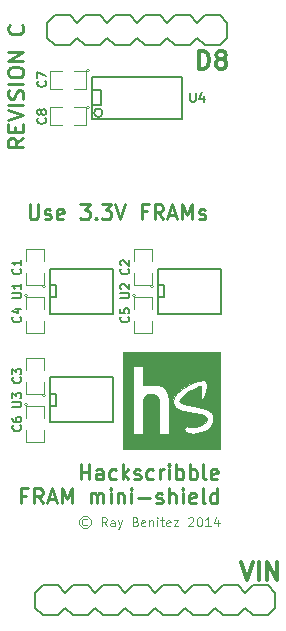
<source format=gto>
G04 #@! TF.FileFunction,Legend,Top*
%FSLAX46Y46*%
G04 Gerber Fmt 4.6, Leading zero omitted, Abs format (unit mm)*
G04 Created by KiCad (PCBNEW (2014-11-02 BZR 5250)-product) date 05/11/2014 13:18:46*
%MOMM*%
G01*
G04 APERTURE LIST*
%ADD10C,0.100000*%
%ADD11C,0.254000*%
%ADD12C,0.101600*%
%ADD13C,0.300000*%
%ADD14C,0.099060*%
%ADD15C,0.127000*%
%ADD16C,0.165100*%
%ADD17C,0.152400*%
%ADD18C,0.002540*%
G04 APERTURE END LIST*
D10*
D11*
X111527168Y-141735024D02*
X111527168Y-142763119D01*
X111587644Y-142884071D01*
X111648120Y-142944548D01*
X111769073Y-143005024D01*
X112010977Y-143005024D01*
X112131930Y-142944548D01*
X112192406Y-142884071D01*
X112252882Y-142763119D01*
X112252882Y-141735024D01*
X112797168Y-142944548D02*
X112918120Y-143005024D01*
X113160025Y-143005024D01*
X113280977Y-142944548D01*
X113341453Y-142823595D01*
X113341453Y-142763119D01*
X113280977Y-142642167D01*
X113160025Y-142581690D01*
X112978596Y-142581690D01*
X112857644Y-142521214D01*
X112797168Y-142400262D01*
X112797168Y-142339786D01*
X112857644Y-142218833D01*
X112978596Y-142158357D01*
X113160025Y-142158357D01*
X113280977Y-142218833D01*
X114369548Y-142944548D02*
X114248596Y-143005024D01*
X114006691Y-143005024D01*
X113885739Y-142944548D01*
X113825263Y-142823595D01*
X113825263Y-142339786D01*
X113885739Y-142218833D01*
X114006691Y-142158357D01*
X114248596Y-142158357D01*
X114369548Y-142218833D01*
X114430025Y-142339786D01*
X114430025Y-142460738D01*
X113825263Y-142581690D01*
X115820977Y-141735024D02*
X116607167Y-141735024D01*
X116183834Y-142218833D01*
X116365262Y-142218833D01*
X116486215Y-142279310D01*
X116546691Y-142339786D01*
X116607167Y-142460738D01*
X116607167Y-142763119D01*
X116546691Y-142884071D01*
X116486215Y-142944548D01*
X116365262Y-143005024D01*
X116002405Y-143005024D01*
X115881453Y-142944548D01*
X115820977Y-142884071D01*
X117151453Y-142884071D02*
X117211929Y-142944548D01*
X117151453Y-143005024D01*
X117090977Y-142944548D01*
X117151453Y-142884071D01*
X117151453Y-143005024D01*
X117635263Y-141735024D02*
X118421453Y-141735024D01*
X117998120Y-142218833D01*
X118179548Y-142218833D01*
X118300501Y-142279310D01*
X118360977Y-142339786D01*
X118421453Y-142460738D01*
X118421453Y-142763119D01*
X118360977Y-142884071D01*
X118300501Y-142944548D01*
X118179548Y-143005024D01*
X117816691Y-143005024D01*
X117695739Y-142944548D01*
X117635263Y-142884071D01*
X118784310Y-141735024D02*
X119207644Y-143005024D01*
X119630977Y-141735024D01*
X121445262Y-142339786D02*
X121021929Y-142339786D01*
X121021929Y-143005024D02*
X121021929Y-141735024D01*
X121626691Y-141735024D01*
X122836214Y-143005024D02*
X122412881Y-142400262D01*
X122110500Y-143005024D02*
X122110500Y-141735024D01*
X122594309Y-141735024D01*
X122715262Y-141795500D01*
X122775738Y-141855976D01*
X122836214Y-141976929D01*
X122836214Y-142158357D01*
X122775738Y-142279310D01*
X122715262Y-142339786D01*
X122594309Y-142400262D01*
X122110500Y-142400262D01*
X123320024Y-142642167D02*
X123924786Y-142642167D01*
X123199071Y-143005024D02*
X123622405Y-141735024D01*
X124045738Y-143005024D01*
X124469071Y-143005024D02*
X124469071Y-141735024D01*
X124892404Y-142642167D01*
X125315738Y-141735024D01*
X125315738Y-143005024D01*
X125860024Y-142944548D02*
X125980976Y-143005024D01*
X126222881Y-143005024D01*
X126343833Y-142944548D01*
X126404309Y-142823595D01*
X126404309Y-142763119D01*
X126343833Y-142642167D01*
X126222881Y-142581690D01*
X126041452Y-142581690D01*
X125920500Y-142521214D01*
X125860024Y-142400262D01*
X125860024Y-142339786D01*
X125920500Y-142218833D01*
X126041452Y-142158357D01*
X126222881Y-142158357D01*
X126343833Y-142218833D01*
D12*
X116368286Y-168420143D02*
X116295714Y-168383857D01*
X116150571Y-168383857D01*
X116078000Y-168420143D01*
X116005429Y-168492714D01*
X115969143Y-168565286D01*
X115969143Y-168710429D01*
X116005429Y-168783000D01*
X116078000Y-168855571D01*
X116150571Y-168891857D01*
X116295714Y-168891857D01*
X116368286Y-168855571D01*
X116223143Y-168129857D02*
X116041714Y-168166143D01*
X115860286Y-168275000D01*
X115751429Y-168456429D01*
X115715143Y-168637857D01*
X115751429Y-168819286D01*
X115860286Y-169000714D01*
X116041714Y-169109571D01*
X116223143Y-169145857D01*
X116404571Y-169109571D01*
X116586000Y-169000714D01*
X116694857Y-168819286D01*
X116731143Y-168637857D01*
X116694857Y-168456429D01*
X116586000Y-168275000D01*
X116404571Y-168166143D01*
X116223143Y-168129857D01*
X118073714Y-169000714D02*
X117819714Y-168637857D01*
X117638286Y-169000714D02*
X117638286Y-168238714D01*
X117928571Y-168238714D01*
X118001143Y-168275000D01*
X118037428Y-168311286D01*
X118073714Y-168383857D01*
X118073714Y-168492714D01*
X118037428Y-168565286D01*
X118001143Y-168601571D01*
X117928571Y-168637857D01*
X117638286Y-168637857D01*
X118726857Y-169000714D02*
X118726857Y-168601571D01*
X118690571Y-168529000D01*
X118618000Y-168492714D01*
X118472857Y-168492714D01*
X118400286Y-168529000D01*
X118726857Y-168964429D02*
X118654286Y-169000714D01*
X118472857Y-169000714D01*
X118400286Y-168964429D01*
X118364000Y-168891857D01*
X118364000Y-168819286D01*
X118400286Y-168746714D01*
X118472857Y-168710429D01*
X118654286Y-168710429D01*
X118726857Y-168674143D01*
X119017143Y-168492714D02*
X119198572Y-169000714D01*
X119380000Y-168492714D02*
X119198572Y-169000714D01*
X119126000Y-169182143D01*
X119089715Y-169218429D01*
X119017143Y-169254714D01*
X120504857Y-168601571D02*
X120613714Y-168637857D01*
X120649999Y-168674143D01*
X120686285Y-168746714D01*
X120686285Y-168855571D01*
X120649999Y-168928143D01*
X120613714Y-168964429D01*
X120541142Y-169000714D01*
X120250857Y-169000714D01*
X120250857Y-168238714D01*
X120504857Y-168238714D01*
X120577428Y-168275000D01*
X120613714Y-168311286D01*
X120649999Y-168383857D01*
X120649999Y-168456429D01*
X120613714Y-168529000D01*
X120577428Y-168565286D01*
X120504857Y-168601571D01*
X120250857Y-168601571D01*
X121303142Y-168964429D02*
X121230571Y-169000714D01*
X121085428Y-169000714D01*
X121012857Y-168964429D01*
X120976571Y-168891857D01*
X120976571Y-168601571D01*
X121012857Y-168529000D01*
X121085428Y-168492714D01*
X121230571Y-168492714D01*
X121303142Y-168529000D01*
X121339428Y-168601571D01*
X121339428Y-168674143D01*
X120976571Y-168746714D01*
X121666000Y-168492714D02*
X121666000Y-169000714D01*
X121666000Y-168565286D02*
X121702285Y-168529000D01*
X121774857Y-168492714D01*
X121883714Y-168492714D01*
X121956285Y-168529000D01*
X121992571Y-168601571D01*
X121992571Y-169000714D01*
X122355429Y-169000714D02*
X122355429Y-168492714D01*
X122355429Y-168238714D02*
X122319143Y-168275000D01*
X122355429Y-168311286D01*
X122391714Y-168275000D01*
X122355429Y-168238714D01*
X122355429Y-168311286D01*
X122609428Y-168492714D02*
X122899714Y-168492714D01*
X122718286Y-168238714D02*
X122718286Y-168891857D01*
X122754571Y-168964429D01*
X122827143Y-169000714D01*
X122899714Y-169000714D01*
X123444000Y-168964429D02*
X123371429Y-169000714D01*
X123226286Y-169000714D01*
X123153715Y-168964429D01*
X123117429Y-168891857D01*
X123117429Y-168601571D01*
X123153715Y-168529000D01*
X123226286Y-168492714D01*
X123371429Y-168492714D01*
X123444000Y-168529000D01*
X123480286Y-168601571D01*
X123480286Y-168674143D01*
X123117429Y-168746714D01*
X123734286Y-168492714D02*
X124133429Y-168492714D01*
X123734286Y-169000714D01*
X124133429Y-169000714D01*
X124968000Y-168311286D02*
X125004286Y-168275000D01*
X125076857Y-168238714D01*
X125258286Y-168238714D01*
X125330857Y-168275000D01*
X125367143Y-168311286D01*
X125403428Y-168383857D01*
X125403428Y-168456429D01*
X125367143Y-168565286D01*
X124931714Y-169000714D01*
X125403428Y-169000714D01*
X125875142Y-168238714D02*
X125947714Y-168238714D01*
X126020285Y-168275000D01*
X126056571Y-168311286D01*
X126092857Y-168383857D01*
X126129142Y-168529000D01*
X126129142Y-168710429D01*
X126092857Y-168855571D01*
X126056571Y-168928143D01*
X126020285Y-168964429D01*
X125947714Y-169000714D01*
X125875142Y-169000714D01*
X125802571Y-168964429D01*
X125766285Y-168928143D01*
X125730000Y-168855571D01*
X125693714Y-168710429D01*
X125693714Y-168529000D01*
X125730000Y-168383857D01*
X125766285Y-168311286D01*
X125802571Y-168275000D01*
X125875142Y-168238714D01*
X126854856Y-169000714D02*
X126419428Y-169000714D01*
X126637142Y-169000714D02*
X126637142Y-168238714D01*
X126564571Y-168347571D01*
X126491999Y-168420143D01*
X126419428Y-168456429D01*
X127507999Y-168492714D02*
X127507999Y-169000714D01*
X127326570Y-168202429D02*
X127145142Y-168746714D01*
X127616856Y-168746714D01*
D11*
X111001024Y-136131905D02*
X110396262Y-136555238D01*
X111001024Y-136857619D02*
X109731024Y-136857619D01*
X109731024Y-136373810D01*
X109791500Y-136252857D01*
X109851976Y-136192381D01*
X109972929Y-136131905D01*
X110154357Y-136131905D01*
X110275310Y-136192381D01*
X110335786Y-136252857D01*
X110396262Y-136373810D01*
X110396262Y-136857619D01*
X110335786Y-135587619D02*
X110335786Y-135164286D01*
X111001024Y-134982857D02*
X111001024Y-135587619D01*
X109731024Y-135587619D01*
X109731024Y-134982857D01*
X109731024Y-134620000D02*
X111001024Y-134196666D01*
X109731024Y-133773333D01*
X111001024Y-133350000D02*
X109731024Y-133350000D01*
X110940548Y-132805714D02*
X111001024Y-132624286D01*
X111001024Y-132321905D01*
X110940548Y-132200952D01*
X110880071Y-132140476D01*
X110759119Y-132080000D01*
X110638167Y-132080000D01*
X110517214Y-132140476D01*
X110456738Y-132200952D01*
X110396262Y-132321905D01*
X110335786Y-132563809D01*
X110275310Y-132684762D01*
X110214833Y-132745238D01*
X110093881Y-132805714D01*
X109972929Y-132805714D01*
X109851976Y-132745238D01*
X109791500Y-132684762D01*
X109731024Y-132563809D01*
X109731024Y-132261429D01*
X109791500Y-132080000D01*
X111001024Y-131535714D02*
X109731024Y-131535714D01*
X109731024Y-130689047D02*
X109731024Y-130447143D01*
X109791500Y-130326190D01*
X109912452Y-130205238D01*
X110154357Y-130144762D01*
X110577690Y-130144762D01*
X110819595Y-130205238D01*
X110940548Y-130326190D01*
X111001024Y-130447143D01*
X111001024Y-130689047D01*
X110940548Y-130810000D01*
X110819595Y-130930952D01*
X110577690Y-130991428D01*
X110154357Y-130991428D01*
X109912452Y-130930952D01*
X109791500Y-130810000D01*
X109731024Y-130689047D01*
X111001024Y-129600476D02*
X109731024Y-129600476D01*
X111001024Y-128874762D01*
X109731024Y-128874762D01*
X110880071Y-126576667D02*
X110940548Y-126637143D01*
X111001024Y-126818572D01*
X111001024Y-126939524D01*
X110940548Y-127120952D01*
X110819595Y-127241905D01*
X110698643Y-127302381D01*
X110456738Y-127362857D01*
X110275310Y-127362857D01*
X110033405Y-127302381D01*
X109912452Y-127241905D01*
X109791500Y-127120952D01*
X109731024Y-126939524D01*
X109731024Y-126818572D01*
X109791500Y-126637143D01*
X109851976Y-126576667D01*
X115845168Y-165039524D02*
X115845168Y-163769524D01*
X115845168Y-164374286D02*
X116570882Y-164374286D01*
X116570882Y-165039524D02*
X116570882Y-163769524D01*
X117719930Y-165039524D02*
X117719930Y-164374286D01*
X117659453Y-164253333D01*
X117538501Y-164192857D01*
X117296596Y-164192857D01*
X117175644Y-164253333D01*
X117719930Y-164979048D02*
X117598977Y-165039524D01*
X117296596Y-165039524D01*
X117175644Y-164979048D01*
X117115168Y-164858095D01*
X117115168Y-164737143D01*
X117175644Y-164616190D01*
X117296596Y-164555714D01*
X117598977Y-164555714D01*
X117719930Y-164495238D01*
X118868978Y-164979048D02*
X118748025Y-165039524D01*
X118506121Y-165039524D01*
X118385168Y-164979048D01*
X118324692Y-164918571D01*
X118264216Y-164797619D01*
X118264216Y-164434762D01*
X118324692Y-164313810D01*
X118385168Y-164253333D01*
X118506121Y-164192857D01*
X118748025Y-164192857D01*
X118868978Y-164253333D01*
X119413263Y-165039524D02*
X119413263Y-163769524D01*
X119534215Y-164555714D02*
X119897072Y-165039524D01*
X119897072Y-164192857D02*
X119413263Y-164676667D01*
X120380882Y-164979048D02*
X120501834Y-165039524D01*
X120743739Y-165039524D01*
X120864691Y-164979048D01*
X120925167Y-164858095D01*
X120925167Y-164797619D01*
X120864691Y-164676667D01*
X120743739Y-164616190D01*
X120562310Y-164616190D01*
X120441358Y-164555714D01*
X120380882Y-164434762D01*
X120380882Y-164374286D01*
X120441358Y-164253333D01*
X120562310Y-164192857D01*
X120743739Y-164192857D01*
X120864691Y-164253333D01*
X122013739Y-164979048D02*
X121892786Y-165039524D01*
X121650882Y-165039524D01*
X121529929Y-164979048D01*
X121469453Y-164918571D01*
X121408977Y-164797619D01*
X121408977Y-164434762D01*
X121469453Y-164313810D01*
X121529929Y-164253333D01*
X121650882Y-164192857D01*
X121892786Y-164192857D01*
X122013739Y-164253333D01*
X122558024Y-165039524D02*
X122558024Y-164192857D01*
X122558024Y-164434762D02*
X122618500Y-164313810D01*
X122678976Y-164253333D01*
X122799929Y-164192857D01*
X122920881Y-164192857D01*
X123344214Y-165039524D02*
X123344214Y-164192857D01*
X123344214Y-163769524D02*
X123283738Y-163830000D01*
X123344214Y-163890476D01*
X123404690Y-163830000D01*
X123344214Y-163769524D01*
X123344214Y-163890476D01*
X123948976Y-165039524D02*
X123948976Y-163769524D01*
X123948976Y-164253333D02*
X124069928Y-164192857D01*
X124311833Y-164192857D01*
X124432785Y-164253333D01*
X124493262Y-164313810D01*
X124553738Y-164434762D01*
X124553738Y-164797619D01*
X124493262Y-164918571D01*
X124432785Y-164979048D01*
X124311833Y-165039524D01*
X124069928Y-165039524D01*
X123948976Y-164979048D01*
X125098024Y-165039524D02*
X125098024Y-163769524D01*
X125098024Y-164253333D02*
X125218976Y-164192857D01*
X125460881Y-164192857D01*
X125581833Y-164253333D01*
X125642310Y-164313810D01*
X125702786Y-164434762D01*
X125702786Y-164797619D01*
X125642310Y-164918571D01*
X125581833Y-164979048D01*
X125460881Y-165039524D01*
X125218976Y-165039524D01*
X125098024Y-164979048D01*
X126428501Y-165039524D02*
X126307548Y-164979048D01*
X126247072Y-164858095D01*
X126247072Y-163769524D01*
X127396119Y-164979048D02*
X127275167Y-165039524D01*
X127033262Y-165039524D01*
X126912310Y-164979048D01*
X126851834Y-164858095D01*
X126851834Y-164374286D01*
X126912310Y-164253333D01*
X127033262Y-164192857D01*
X127275167Y-164192857D01*
X127396119Y-164253333D01*
X127456596Y-164374286D01*
X127456596Y-164495238D01*
X126851834Y-164616190D01*
X111248976Y-166406286D02*
X110825643Y-166406286D01*
X110825643Y-167071524D02*
X110825643Y-165801524D01*
X111430405Y-165801524D01*
X112639928Y-167071524D02*
X112216595Y-166466762D01*
X111914214Y-167071524D02*
X111914214Y-165801524D01*
X112398023Y-165801524D01*
X112518976Y-165862000D01*
X112579452Y-165922476D01*
X112639928Y-166043429D01*
X112639928Y-166224857D01*
X112579452Y-166345810D01*
X112518976Y-166406286D01*
X112398023Y-166466762D01*
X111914214Y-166466762D01*
X113123738Y-166708667D02*
X113728500Y-166708667D01*
X113002785Y-167071524D02*
X113426119Y-165801524D01*
X113849452Y-167071524D01*
X114272785Y-167071524D02*
X114272785Y-165801524D01*
X114696118Y-166708667D01*
X115119452Y-165801524D01*
X115119452Y-167071524D01*
X116691833Y-167071524D02*
X116691833Y-166224857D01*
X116691833Y-166345810D02*
X116752309Y-166285333D01*
X116873262Y-166224857D01*
X117054690Y-166224857D01*
X117175642Y-166285333D01*
X117236119Y-166406286D01*
X117236119Y-167071524D01*
X117236119Y-166406286D02*
X117296595Y-166285333D01*
X117417547Y-166224857D01*
X117598976Y-166224857D01*
X117719928Y-166285333D01*
X117780404Y-166406286D01*
X117780404Y-167071524D01*
X118385166Y-167071524D02*
X118385166Y-166224857D01*
X118385166Y-165801524D02*
X118324690Y-165862000D01*
X118385166Y-165922476D01*
X118445642Y-165862000D01*
X118385166Y-165801524D01*
X118385166Y-165922476D01*
X118989928Y-166224857D02*
X118989928Y-167071524D01*
X118989928Y-166345810D02*
X119050404Y-166285333D01*
X119171357Y-166224857D01*
X119352785Y-166224857D01*
X119473737Y-166285333D01*
X119534214Y-166406286D01*
X119534214Y-167071524D01*
X120138976Y-167071524D02*
X120138976Y-166224857D01*
X120138976Y-165801524D02*
X120078500Y-165862000D01*
X120138976Y-165922476D01*
X120199452Y-165862000D01*
X120138976Y-165801524D01*
X120138976Y-165922476D01*
X120743738Y-166587714D02*
X121711357Y-166587714D01*
X122255643Y-167011048D02*
X122376595Y-167071524D01*
X122618500Y-167071524D01*
X122739452Y-167011048D01*
X122799928Y-166890095D01*
X122799928Y-166829619D01*
X122739452Y-166708667D01*
X122618500Y-166648190D01*
X122437071Y-166648190D01*
X122316119Y-166587714D01*
X122255643Y-166466762D01*
X122255643Y-166406286D01*
X122316119Y-166285333D01*
X122437071Y-166224857D01*
X122618500Y-166224857D01*
X122739452Y-166285333D01*
X123344214Y-167071524D02*
X123344214Y-165801524D01*
X123888500Y-167071524D02*
X123888500Y-166406286D01*
X123828023Y-166285333D01*
X123707071Y-166224857D01*
X123525643Y-166224857D01*
X123404690Y-166285333D01*
X123344214Y-166345810D01*
X124493262Y-167071524D02*
X124493262Y-166224857D01*
X124493262Y-165801524D02*
X124432786Y-165862000D01*
X124493262Y-165922476D01*
X124553738Y-165862000D01*
X124493262Y-165801524D01*
X124493262Y-165922476D01*
X125581833Y-167011048D02*
X125460881Y-167071524D01*
X125218976Y-167071524D01*
X125098024Y-167011048D01*
X125037548Y-166890095D01*
X125037548Y-166406286D01*
X125098024Y-166285333D01*
X125218976Y-166224857D01*
X125460881Y-166224857D01*
X125581833Y-166285333D01*
X125642310Y-166406286D01*
X125642310Y-166527238D01*
X125037548Y-166648190D01*
X126368024Y-167071524D02*
X126247071Y-167011048D01*
X126186595Y-166890095D01*
X126186595Y-165801524D01*
X127396119Y-167071524D02*
X127396119Y-165801524D01*
X127396119Y-167011048D02*
X127275166Y-167071524D01*
X127033262Y-167071524D01*
X126912309Y-167011048D01*
X126851833Y-166950571D01*
X126791357Y-166829619D01*
X126791357Y-166466762D01*
X126851833Y-166345810D01*
X126912309Y-166285333D01*
X127033262Y-166224857D01*
X127275166Y-166224857D01*
X127396119Y-166285333D01*
D13*
X125892858Y-130282071D02*
X125892858Y-128782071D01*
X126250001Y-128782071D01*
X126464286Y-128853500D01*
X126607144Y-128996357D01*
X126678572Y-129139214D01*
X126750001Y-129424929D01*
X126750001Y-129639214D01*
X126678572Y-129924929D01*
X126607144Y-130067786D01*
X126464286Y-130210643D01*
X126250001Y-130282071D01*
X125892858Y-130282071D01*
X127607144Y-129424929D02*
X127464286Y-129353500D01*
X127392858Y-129282071D01*
X127321429Y-129139214D01*
X127321429Y-129067786D01*
X127392858Y-128924929D01*
X127464286Y-128853500D01*
X127607144Y-128782071D01*
X127892858Y-128782071D01*
X128035715Y-128853500D01*
X128107144Y-128924929D01*
X128178572Y-129067786D01*
X128178572Y-129139214D01*
X128107144Y-129282071D01*
X128035715Y-129353500D01*
X127892858Y-129424929D01*
X127607144Y-129424929D01*
X127464286Y-129496357D01*
X127392858Y-129567786D01*
X127321429Y-129710643D01*
X127321429Y-129996357D01*
X127392858Y-130139214D01*
X127464286Y-130210643D01*
X127607144Y-130282071D01*
X127892858Y-130282071D01*
X128035715Y-130210643D01*
X128107144Y-130139214D01*
X128178572Y-129996357D01*
X128178572Y-129710643D01*
X128107144Y-129567786D01*
X128035715Y-129496357D01*
X127892858Y-129424929D01*
X129421143Y-172025571D02*
X129921143Y-173525571D01*
X130421143Y-172025571D01*
X130921143Y-173525571D02*
X130921143Y-172025571D01*
X131635429Y-173525571D02*
X131635429Y-172025571D01*
X132492572Y-173525571D01*
X132492572Y-172025571D01*
D14*
X112903000Y-148717000D02*
G75*
G03X112903000Y-148717000I-127000J0D01*
G01*
X112776000Y-147574000D02*
X112776000Y-148590000D01*
X112776000Y-148590000D02*
X111252000Y-148590000D01*
X111252000Y-148590000D02*
X111252000Y-147574000D01*
X111252000Y-146558000D02*
X111252000Y-145542000D01*
X111252000Y-145542000D02*
X112776000Y-145542000D01*
X112776000Y-145542000D02*
X112776000Y-146558000D01*
X122047000Y-148717000D02*
G75*
G03X122047000Y-148717000I-127000J0D01*
G01*
X121920000Y-147574000D02*
X121920000Y-148590000D01*
X121920000Y-148590000D02*
X120396000Y-148590000D01*
X120396000Y-148590000D02*
X120396000Y-147574000D01*
X120396000Y-146558000D02*
X120396000Y-145542000D01*
X120396000Y-145542000D02*
X121920000Y-145542000D01*
X121920000Y-145542000D02*
X121920000Y-146558000D01*
X112903000Y-157924500D02*
G75*
G03X112903000Y-157924500I-127000J0D01*
G01*
X112776000Y-156781500D02*
X112776000Y-157797500D01*
X112776000Y-157797500D02*
X111252000Y-157797500D01*
X111252000Y-157797500D02*
X111252000Y-156781500D01*
X111252000Y-155765500D02*
X111252000Y-154749500D01*
X111252000Y-154749500D02*
X112776000Y-154749500D01*
X112776000Y-154749500D02*
X112776000Y-155765500D01*
X111379000Y-149479000D02*
G75*
G03X111379000Y-149479000I-127000J0D01*
G01*
X111252000Y-150622000D02*
X111252000Y-149606000D01*
X111252000Y-149606000D02*
X112776000Y-149606000D01*
X112776000Y-149606000D02*
X112776000Y-150622000D01*
X112776000Y-151638000D02*
X112776000Y-152654000D01*
X112776000Y-152654000D02*
X111252000Y-152654000D01*
X111252000Y-152654000D02*
X111252000Y-151638000D01*
X120523000Y-149479000D02*
G75*
G03X120523000Y-149479000I-127000J0D01*
G01*
X120396000Y-150622000D02*
X120396000Y-149606000D01*
X120396000Y-149606000D02*
X121920000Y-149606000D01*
X121920000Y-149606000D02*
X121920000Y-150622000D01*
X121920000Y-151638000D02*
X121920000Y-152654000D01*
X121920000Y-152654000D02*
X120396000Y-152654000D01*
X120396000Y-152654000D02*
X120396000Y-151638000D01*
X111379000Y-158686500D02*
G75*
G03X111379000Y-158686500I-127000J0D01*
G01*
X111252000Y-159829500D02*
X111252000Y-158813500D01*
X111252000Y-158813500D02*
X112776000Y-158813500D01*
X112776000Y-158813500D02*
X112776000Y-159829500D01*
X112776000Y-160845500D02*
X112776000Y-161861500D01*
X112776000Y-161861500D02*
X111252000Y-161861500D01*
X111252000Y-161861500D02*
X111252000Y-160845500D01*
X116586000Y-130429000D02*
G75*
G03X116586000Y-130429000I-127000J0D01*
G01*
X115316000Y-130429000D02*
X116332000Y-130429000D01*
X116332000Y-130429000D02*
X116332000Y-131953000D01*
X116332000Y-131953000D02*
X115316000Y-131953000D01*
X114300000Y-131953000D02*
X113284000Y-131953000D01*
X113284000Y-131953000D02*
X113284000Y-130429000D01*
X113284000Y-130429000D02*
X114300000Y-130429000D01*
X116586000Y-133540500D02*
G75*
G03X116586000Y-133540500I-127000J0D01*
G01*
X115316000Y-133540500D02*
X116332000Y-133540500D01*
X116332000Y-133540500D02*
X116332000Y-135064500D01*
X116332000Y-135064500D02*
X115316000Y-135064500D01*
X114300000Y-135064500D02*
X113284000Y-135064500D01*
X113284000Y-135064500D02*
X113284000Y-133540500D01*
X113284000Y-133540500D02*
X114300000Y-133540500D01*
D15*
X115570000Y-127635000D02*
X114935000Y-128270000D01*
X114935000Y-128270000D02*
X113665000Y-128270000D01*
X113665000Y-128270000D02*
X113030000Y-127635000D01*
X113030000Y-127635000D02*
X113030000Y-126365000D01*
X113030000Y-126365000D02*
X113665000Y-125730000D01*
X113665000Y-125730000D02*
X114935000Y-125730000D01*
X114935000Y-125730000D02*
X115570000Y-126365000D01*
X118110000Y-127635000D02*
X117475000Y-128270000D01*
X117475000Y-128270000D02*
X116205000Y-128270000D01*
X116205000Y-128270000D02*
X115570000Y-127635000D01*
X115570000Y-126365000D02*
X116205000Y-125730000D01*
X116205000Y-125730000D02*
X117475000Y-125730000D01*
X117475000Y-125730000D02*
X118110000Y-126365000D01*
X120650000Y-127635000D02*
X120015000Y-128270000D01*
X120015000Y-128270000D02*
X118745000Y-128270000D01*
X118745000Y-128270000D02*
X118110000Y-127635000D01*
X118110000Y-126365000D02*
X118745000Y-125730000D01*
X118745000Y-125730000D02*
X120015000Y-125730000D01*
X120015000Y-125730000D02*
X120650000Y-126365000D01*
X125730000Y-127635000D02*
X125095000Y-128270000D01*
X125095000Y-128270000D02*
X123825000Y-128270000D01*
X123825000Y-128270000D02*
X123190000Y-127635000D01*
X123190000Y-127635000D02*
X122555000Y-128270000D01*
X122555000Y-128270000D02*
X121285000Y-128270000D01*
X121285000Y-128270000D02*
X120650000Y-127635000D01*
X120650000Y-126365000D02*
X121285000Y-125730000D01*
X121285000Y-125730000D02*
X122555000Y-125730000D01*
X122555000Y-125730000D02*
X123190000Y-126365000D01*
X123190000Y-126365000D02*
X123825000Y-125730000D01*
X123825000Y-125730000D02*
X125095000Y-125730000D01*
X125095000Y-125730000D02*
X125730000Y-126365000D01*
X128270000Y-127635000D02*
X127635000Y-128270000D01*
X127635000Y-128270000D02*
X126365000Y-128270000D01*
X126365000Y-128270000D02*
X125730000Y-127635000D01*
X125730000Y-126365000D02*
X126365000Y-125730000D01*
X126365000Y-125730000D02*
X127635000Y-125730000D01*
X127635000Y-125730000D02*
X128270000Y-126365000D01*
X128270000Y-126365000D02*
X128270000Y-127635000D01*
D16*
X124460000Y-130937000D02*
X116840000Y-130937000D01*
X116840000Y-134493000D02*
X124460000Y-134493000D01*
X124460000Y-130937000D02*
X124460000Y-134493000D01*
D17*
X116840000Y-134493000D02*
X116840000Y-130937000D01*
D15*
X117707210Y-133985000D02*
G75*
G03X117707210Y-133985000I-359210J0D01*
G01*
X116840000Y-132080000D02*
X117602000Y-132080000D01*
X117602000Y-132080000D02*
X117602000Y-133350000D01*
X117602000Y-133350000D02*
X116840000Y-133350000D01*
X113284000Y-160083500D02*
X113284000Y-160210500D01*
X113284000Y-160210500D02*
X118618000Y-160210500D01*
X118618000Y-156400500D02*
X113284000Y-156400500D01*
X113284000Y-156400500D02*
X113284000Y-160083500D01*
X113284000Y-157797500D02*
X113792000Y-157797500D01*
X113792000Y-157797500D02*
X113792000Y-158813500D01*
X113792000Y-158813500D02*
X113284000Y-158813500D01*
X118618000Y-156400500D02*
X118618000Y-160210500D01*
X113284000Y-150876000D02*
X113284000Y-151003000D01*
X113284000Y-151003000D02*
X118618000Y-151003000D01*
X118618000Y-147193000D02*
X113284000Y-147193000D01*
X113284000Y-147193000D02*
X113284000Y-150876000D01*
X113284000Y-148590000D02*
X113792000Y-148590000D01*
X113792000Y-148590000D02*
X113792000Y-149606000D01*
X113792000Y-149606000D02*
X113284000Y-149606000D01*
X118618000Y-147193000D02*
X118618000Y-151003000D01*
X122428000Y-150876000D02*
X122428000Y-151003000D01*
X122428000Y-151003000D02*
X127762000Y-151003000D01*
X127762000Y-147193000D02*
X122428000Y-147193000D01*
X122428000Y-147193000D02*
X122428000Y-150876000D01*
X122428000Y-148590000D02*
X122936000Y-148590000D01*
X122936000Y-148590000D02*
X122936000Y-149606000D01*
X122936000Y-149606000D02*
X122428000Y-149606000D01*
X127762000Y-147193000D02*
X127762000Y-151003000D01*
X114554000Y-175895000D02*
X113919000Y-176530000D01*
X113919000Y-176530000D02*
X112649000Y-176530000D01*
X112649000Y-176530000D02*
X112014000Y-175895000D01*
X112014000Y-175895000D02*
X112014000Y-174625000D01*
X112014000Y-174625000D02*
X112649000Y-173990000D01*
X112649000Y-173990000D02*
X113919000Y-173990000D01*
X113919000Y-173990000D02*
X114554000Y-174625000D01*
X117094000Y-175895000D02*
X116459000Y-176530000D01*
X116459000Y-176530000D02*
X115189000Y-176530000D01*
X115189000Y-176530000D02*
X114554000Y-175895000D01*
X114554000Y-174625000D02*
X115189000Y-173990000D01*
X115189000Y-173990000D02*
X116459000Y-173990000D01*
X116459000Y-173990000D02*
X117094000Y-174625000D01*
X119634000Y-175895000D02*
X118999000Y-176530000D01*
X118999000Y-176530000D02*
X117729000Y-176530000D01*
X117729000Y-176530000D02*
X117094000Y-175895000D01*
X117094000Y-174625000D02*
X117729000Y-173990000D01*
X117729000Y-173990000D02*
X118999000Y-173990000D01*
X118999000Y-173990000D02*
X119634000Y-174625000D01*
X122174000Y-175895000D02*
X121539000Y-176530000D01*
X121539000Y-176530000D02*
X120269000Y-176530000D01*
X120269000Y-176530000D02*
X119634000Y-175895000D01*
X119634000Y-174625000D02*
X120269000Y-173990000D01*
X120269000Y-173990000D02*
X121539000Y-173990000D01*
X121539000Y-173990000D02*
X122174000Y-174625000D01*
X124714000Y-175895000D02*
X124079000Y-176530000D01*
X124079000Y-176530000D02*
X122809000Y-176530000D01*
X122809000Y-176530000D02*
X122174000Y-175895000D01*
X122174000Y-174625000D02*
X122809000Y-173990000D01*
X122809000Y-173990000D02*
X124079000Y-173990000D01*
X124079000Y-173990000D02*
X124714000Y-174625000D01*
X129794000Y-175895000D02*
X129159000Y-176530000D01*
X129159000Y-176530000D02*
X127889000Y-176530000D01*
X127889000Y-176530000D02*
X127254000Y-175895000D01*
X127254000Y-175895000D02*
X126619000Y-176530000D01*
X126619000Y-176530000D02*
X125349000Y-176530000D01*
X125349000Y-176530000D02*
X124714000Y-175895000D01*
X124714000Y-174625000D02*
X125349000Y-173990000D01*
X125349000Y-173990000D02*
X126619000Y-173990000D01*
X126619000Y-173990000D02*
X127254000Y-174625000D01*
X127254000Y-174625000D02*
X127889000Y-173990000D01*
X127889000Y-173990000D02*
X129159000Y-173990000D01*
X129159000Y-173990000D02*
X129794000Y-174625000D01*
X132334000Y-175895000D02*
X131699000Y-176530000D01*
X131699000Y-176530000D02*
X130429000Y-176530000D01*
X130429000Y-176530000D02*
X129794000Y-175895000D01*
X129794000Y-174625000D02*
X130429000Y-173990000D01*
X130429000Y-173990000D02*
X131699000Y-173990000D01*
X131699000Y-173990000D02*
X132334000Y-174625000D01*
X132334000Y-174625000D02*
X132334000Y-175895000D01*
D18*
G36*
X127655320Y-162453320D02*
X127063500Y-162453320D01*
X127063500Y-159854900D01*
X127035560Y-159585660D01*
X126941580Y-159372300D01*
X126761240Y-159207200D01*
X126474220Y-159072580D01*
X126057660Y-158958280D01*
X125493780Y-158849060D01*
X125473460Y-158846520D01*
X124927360Y-158737300D01*
X124523500Y-158623000D01*
X124272040Y-158506160D01*
X124183140Y-158389320D01*
X124183140Y-158384240D01*
X124239020Y-158282640D01*
X124383800Y-158107380D01*
X124546360Y-157937200D01*
X125021340Y-157558740D01*
X125580140Y-157261560D01*
X125867160Y-157159960D01*
X125976380Y-157134560D01*
X126032260Y-157159960D01*
X126050040Y-157271720D01*
X126037340Y-157502860D01*
X126024640Y-157662880D01*
X126006860Y-157965140D01*
X126014480Y-158132780D01*
X126052580Y-158198820D01*
X126118620Y-158201360D01*
X126263400Y-158097220D01*
X126387860Y-157871160D01*
X126484380Y-157573980D01*
X126537720Y-157256480D01*
X126540260Y-156966920D01*
X126479300Y-156756100D01*
X126436120Y-156702760D01*
X126212600Y-156626560D01*
X125874780Y-156669740D01*
X125420120Y-156827220D01*
X125072140Y-156989780D01*
X124472700Y-157337760D01*
X124040900Y-157693360D01*
X123776740Y-158061660D01*
X123677680Y-158437580D01*
X123675140Y-158478220D01*
X123718320Y-158724600D01*
X123855480Y-158925260D01*
X124104400Y-159087820D01*
X124480320Y-159222440D01*
X124998480Y-159334200D01*
X125427740Y-159402780D01*
X125933200Y-159494220D01*
X126276100Y-159605980D01*
X126469140Y-159743140D01*
X126519940Y-159913320D01*
X126436120Y-160124140D01*
X126428500Y-160134300D01*
X126202440Y-160360360D01*
X125890020Y-160533080D01*
X125544580Y-160629600D01*
X125224540Y-160637220D01*
X125059440Y-160583880D01*
X124889260Y-160517840D01*
X124767340Y-160566100D01*
X124719080Y-160609280D01*
X124614940Y-160787080D01*
X124653040Y-160939480D01*
X124807980Y-161058860D01*
X125051820Y-161137600D01*
X125364240Y-161168080D01*
X125714760Y-161137600D01*
X126052580Y-161051240D01*
X126525020Y-160822640D01*
X126852680Y-160515300D01*
X127030480Y-160136840D01*
X127063500Y-159854900D01*
X127063500Y-162453320D01*
X123548140Y-162453320D01*
X123337320Y-162453320D01*
X123337320Y-161183320D01*
X123337320Y-159552640D01*
X123334780Y-158965900D01*
X123327160Y-158521400D01*
X123311920Y-158193740D01*
X123286520Y-157957520D01*
X123250960Y-157787340D01*
X123200160Y-157652720D01*
X123187460Y-157627320D01*
X122986800Y-157342840D01*
X122702320Y-157159960D01*
X122308620Y-157065980D01*
X121790460Y-157053280D01*
X121135140Y-157076140D01*
X121135140Y-156250640D01*
X121135140Y-155425140D01*
X120713500Y-155425140D01*
X120289320Y-155425140D01*
X120289320Y-158305500D01*
X120289320Y-161183320D01*
X120713500Y-161183320D01*
X121135140Y-161183320D01*
X121135140Y-159644080D01*
X121137680Y-159082740D01*
X121145300Y-158668720D01*
X121160540Y-158371540D01*
X121183400Y-158170880D01*
X121218960Y-158043880D01*
X121267220Y-157960060D01*
X121274840Y-157949900D01*
X121483120Y-157830520D01*
X121770140Y-157792420D01*
X122064780Y-157830520D01*
X122298460Y-157944820D01*
X122321320Y-157965140D01*
X122382280Y-158036260D01*
X122425460Y-158130240D01*
X122455940Y-158272480D01*
X122476260Y-158485840D01*
X122486420Y-158798260D01*
X122488960Y-159235140D01*
X122491500Y-159659320D01*
X122491500Y-161183320D01*
X122913140Y-161183320D01*
X123337320Y-161183320D01*
X123337320Y-162453320D01*
X119443500Y-162453320D01*
X119443500Y-158346140D01*
X119443500Y-154241500D01*
X123548140Y-154241500D01*
X127655320Y-154241500D01*
X127655320Y-158346140D01*
X127655320Y-162453320D01*
X127655320Y-162453320D01*
X127655320Y-162453320D01*
G37*
X127655320Y-162453320D02*
X127063500Y-162453320D01*
X127063500Y-159854900D01*
X127035560Y-159585660D01*
X126941580Y-159372300D01*
X126761240Y-159207200D01*
X126474220Y-159072580D01*
X126057660Y-158958280D01*
X125493780Y-158849060D01*
X125473460Y-158846520D01*
X124927360Y-158737300D01*
X124523500Y-158623000D01*
X124272040Y-158506160D01*
X124183140Y-158389320D01*
X124183140Y-158384240D01*
X124239020Y-158282640D01*
X124383800Y-158107380D01*
X124546360Y-157937200D01*
X125021340Y-157558740D01*
X125580140Y-157261560D01*
X125867160Y-157159960D01*
X125976380Y-157134560D01*
X126032260Y-157159960D01*
X126050040Y-157271720D01*
X126037340Y-157502860D01*
X126024640Y-157662880D01*
X126006860Y-157965140D01*
X126014480Y-158132780D01*
X126052580Y-158198820D01*
X126118620Y-158201360D01*
X126263400Y-158097220D01*
X126387860Y-157871160D01*
X126484380Y-157573980D01*
X126537720Y-157256480D01*
X126540260Y-156966920D01*
X126479300Y-156756100D01*
X126436120Y-156702760D01*
X126212600Y-156626560D01*
X125874780Y-156669740D01*
X125420120Y-156827220D01*
X125072140Y-156989780D01*
X124472700Y-157337760D01*
X124040900Y-157693360D01*
X123776740Y-158061660D01*
X123677680Y-158437580D01*
X123675140Y-158478220D01*
X123718320Y-158724600D01*
X123855480Y-158925260D01*
X124104400Y-159087820D01*
X124480320Y-159222440D01*
X124998480Y-159334200D01*
X125427740Y-159402780D01*
X125933200Y-159494220D01*
X126276100Y-159605980D01*
X126469140Y-159743140D01*
X126519940Y-159913320D01*
X126436120Y-160124140D01*
X126428500Y-160134300D01*
X126202440Y-160360360D01*
X125890020Y-160533080D01*
X125544580Y-160629600D01*
X125224540Y-160637220D01*
X125059440Y-160583880D01*
X124889260Y-160517840D01*
X124767340Y-160566100D01*
X124719080Y-160609280D01*
X124614940Y-160787080D01*
X124653040Y-160939480D01*
X124807980Y-161058860D01*
X125051820Y-161137600D01*
X125364240Y-161168080D01*
X125714760Y-161137600D01*
X126052580Y-161051240D01*
X126525020Y-160822640D01*
X126852680Y-160515300D01*
X127030480Y-160136840D01*
X127063500Y-159854900D01*
X127063500Y-162453320D01*
X123548140Y-162453320D01*
X123337320Y-162453320D01*
X123337320Y-161183320D01*
X123337320Y-159552640D01*
X123334780Y-158965900D01*
X123327160Y-158521400D01*
X123311920Y-158193740D01*
X123286520Y-157957520D01*
X123250960Y-157787340D01*
X123200160Y-157652720D01*
X123187460Y-157627320D01*
X122986800Y-157342840D01*
X122702320Y-157159960D01*
X122308620Y-157065980D01*
X121790460Y-157053280D01*
X121135140Y-157076140D01*
X121135140Y-156250640D01*
X121135140Y-155425140D01*
X120713500Y-155425140D01*
X120289320Y-155425140D01*
X120289320Y-158305500D01*
X120289320Y-161183320D01*
X120713500Y-161183320D01*
X121135140Y-161183320D01*
X121135140Y-159644080D01*
X121137680Y-159082740D01*
X121145300Y-158668720D01*
X121160540Y-158371540D01*
X121183400Y-158170880D01*
X121218960Y-158043880D01*
X121267220Y-157960060D01*
X121274840Y-157949900D01*
X121483120Y-157830520D01*
X121770140Y-157792420D01*
X122064780Y-157830520D01*
X122298460Y-157944820D01*
X122321320Y-157965140D01*
X122382280Y-158036260D01*
X122425460Y-158130240D01*
X122455940Y-158272480D01*
X122476260Y-158485840D01*
X122486420Y-158798260D01*
X122488960Y-159235140D01*
X122491500Y-159659320D01*
X122491500Y-161183320D01*
X122913140Y-161183320D01*
X123337320Y-161183320D01*
X123337320Y-162453320D01*
X119443500Y-162453320D01*
X119443500Y-158346140D01*
X119443500Y-154241500D01*
X123548140Y-154241500D01*
X127655320Y-154241500D01*
X127655320Y-158346140D01*
X127655320Y-162453320D01*
X127655320Y-162453320D01*
D15*
X110762143Y-147193000D02*
X110798429Y-147229286D01*
X110834714Y-147338143D01*
X110834714Y-147410714D01*
X110798429Y-147519571D01*
X110725857Y-147592143D01*
X110653286Y-147628428D01*
X110508143Y-147664714D01*
X110399286Y-147664714D01*
X110254143Y-147628428D01*
X110181571Y-147592143D01*
X110109000Y-147519571D01*
X110072714Y-147410714D01*
X110072714Y-147338143D01*
X110109000Y-147229286D01*
X110145286Y-147193000D01*
X110834714Y-146467286D02*
X110834714Y-146902714D01*
X110834714Y-146685000D02*
X110072714Y-146685000D01*
X110181571Y-146757571D01*
X110254143Y-146830143D01*
X110290429Y-146902714D01*
X119906143Y-147193000D02*
X119942429Y-147229286D01*
X119978714Y-147338143D01*
X119978714Y-147410714D01*
X119942429Y-147519571D01*
X119869857Y-147592143D01*
X119797286Y-147628428D01*
X119652143Y-147664714D01*
X119543286Y-147664714D01*
X119398143Y-147628428D01*
X119325571Y-147592143D01*
X119253000Y-147519571D01*
X119216714Y-147410714D01*
X119216714Y-147338143D01*
X119253000Y-147229286D01*
X119289286Y-147193000D01*
X119289286Y-146902714D02*
X119253000Y-146866428D01*
X119216714Y-146793857D01*
X119216714Y-146612428D01*
X119253000Y-146539857D01*
X119289286Y-146503571D01*
X119361857Y-146467286D01*
X119434429Y-146467286D01*
X119543286Y-146503571D01*
X119978714Y-146939000D01*
X119978714Y-146467286D01*
X110762143Y-156400500D02*
X110798429Y-156436786D01*
X110834714Y-156545643D01*
X110834714Y-156618214D01*
X110798429Y-156727071D01*
X110725857Y-156799643D01*
X110653286Y-156835928D01*
X110508143Y-156872214D01*
X110399286Y-156872214D01*
X110254143Y-156835928D01*
X110181571Y-156799643D01*
X110109000Y-156727071D01*
X110072714Y-156618214D01*
X110072714Y-156545643D01*
X110109000Y-156436786D01*
X110145286Y-156400500D01*
X110072714Y-156146500D02*
X110072714Y-155674786D01*
X110363000Y-155928786D01*
X110363000Y-155819928D01*
X110399286Y-155747357D01*
X110435571Y-155711071D01*
X110508143Y-155674786D01*
X110689571Y-155674786D01*
X110762143Y-155711071D01*
X110798429Y-155747357D01*
X110834714Y-155819928D01*
X110834714Y-156037643D01*
X110798429Y-156110214D01*
X110762143Y-156146500D01*
X110762143Y-151257000D02*
X110798429Y-151293286D01*
X110834714Y-151402143D01*
X110834714Y-151474714D01*
X110798429Y-151583571D01*
X110725857Y-151656143D01*
X110653286Y-151692428D01*
X110508143Y-151728714D01*
X110399286Y-151728714D01*
X110254143Y-151692428D01*
X110181571Y-151656143D01*
X110109000Y-151583571D01*
X110072714Y-151474714D01*
X110072714Y-151402143D01*
X110109000Y-151293286D01*
X110145286Y-151257000D01*
X110326714Y-150603857D02*
X110834714Y-150603857D01*
X110036429Y-150785286D02*
X110580714Y-150966714D01*
X110580714Y-150495000D01*
X119906143Y-151257000D02*
X119942429Y-151293286D01*
X119978714Y-151402143D01*
X119978714Y-151474714D01*
X119942429Y-151583571D01*
X119869857Y-151656143D01*
X119797286Y-151692428D01*
X119652143Y-151728714D01*
X119543286Y-151728714D01*
X119398143Y-151692428D01*
X119325571Y-151656143D01*
X119253000Y-151583571D01*
X119216714Y-151474714D01*
X119216714Y-151402143D01*
X119253000Y-151293286D01*
X119289286Y-151257000D01*
X119216714Y-150567571D02*
X119216714Y-150930428D01*
X119579571Y-150966714D01*
X119543286Y-150930428D01*
X119507000Y-150857857D01*
X119507000Y-150676428D01*
X119543286Y-150603857D01*
X119579571Y-150567571D01*
X119652143Y-150531286D01*
X119833571Y-150531286D01*
X119906143Y-150567571D01*
X119942429Y-150603857D01*
X119978714Y-150676428D01*
X119978714Y-150857857D01*
X119942429Y-150930428D01*
X119906143Y-150966714D01*
X110762143Y-160464500D02*
X110798429Y-160500786D01*
X110834714Y-160609643D01*
X110834714Y-160682214D01*
X110798429Y-160791071D01*
X110725857Y-160863643D01*
X110653286Y-160899928D01*
X110508143Y-160936214D01*
X110399286Y-160936214D01*
X110254143Y-160899928D01*
X110181571Y-160863643D01*
X110109000Y-160791071D01*
X110072714Y-160682214D01*
X110072714Y-160609643D01*
X110109000Y-160500786D01*
X110145286Y-160464500D01*
X110072714Y-159811357D02*
X110072714Y-159956500D01*
X110109000Y-160029071D01*
X110145286Y-160065357D01*
X110254143Y-160137928D01*
X110399286Y-160174214D01*
X110689571Y-160174214D01*
X110762143Y-160137928D01*
X110798429Y-160101643D01*
X110834714Y-160029071D01*
X110834714Y-159883928D01*
X110798429Y-159811357D01*
X110762143Y-159775071D01*
X110689571Y-159738786D01*
X110508143Y-159738786D01*
X110435571Y-159775071D01*
X110399286Y-159811357D01*
X110363000Y-159883928D01*
X110363000Y-160029071D01*
X110399286Y-160101643D01*
X110435571Y-160137928D01*
X110508143Y-160174214D01*
X112857643Y-131318000D02*
X112893929Y-131354286D01*
X112930214Y-131463143D01*
X112930214Y-131535714D01*
X112893929Y-131644571D01*
X112821357Y-131717143D01*
X112748786Y-131753428D01*
X112603643Y-131789714D01*
X112494786Y-131789714D01*
X112349643Y-131753428D01*
X112277071Y-131717143D01*
X112204500Y-131644571D01*
X112168214Y-131535714D01*
X112168214Y-131463143D01*
X112204500Y-131354286D01*
X112240786Y-131318000D01*
X112168214Y-131064000D02*
X112168214Y-130556000D01*
X112930214Y-130882571D01*
X112857643Y-134429500D02*
X112893929Y-134465786D01*
X112930214Y-134574643D01*
X112930214Y-134647214D01*
X112893929Y-134756071D01*
X112821357Y-134828643D01*
X112748786Y-134864928D01*
X112603643Y-134901214D01*
X112494786Y-134901214D01*
X112349643Y-134864928D01*
X112277071Y-134828643D01*
X112204500Y-134756071D01*
X112168214Y-134647214D01*
X112168214Y-134574643D01*
X112204500Y-134465786D01*
X112240786Y-134429500D01*
X112494786Y-133994071D02*
X112458500Y-134066643D01*
X112422214Y-134102928D01*
X112349643Y-134139214D01*
X112313357Y-134139214D01*
X112240786Y-134102928D01*
X112204500Y-134066643D01*
X112168214Y-133994071D01*
X112168214Y-133848928D01*
X112204500Y-133776357D01*
X112240786Y-133740071D01*
X112313357Y-133703786D01*
X112349643Y-133703786D01*
X112422214Y-133740071D01*
X112458500Y-133776357D01*
X112494786Y-133848928D01*
X112494786Y-133994071D01*
X112531071Y-134066643D01*
X112567357Y-134102928D01*
X112639929Y-134139214D01*
X112785071Y-134139214D01*
X112857643Y-134102928D01*
X112893929Y-134066643D01*
X112930214Y-133994071D01*
X112930214Y-133848928D01*
X112893929Y-133776357D01*
X112857643Y-133740071D01*
X112785071Y-133703786D01*
X112639929Y-133703786D01*
X112567357Y-133740071D01*
X112531071Y-133776357D01*
X112494786Y-133848928D01*
X125149429Y-132297714D02*
X125149429Y-132914571D01*
X125185714Y-132987143D01*
X125222000Y-133023429D01*
X125294571Y-133059714D01*
X125439714Y-133059714D01*
X125512286Y-133023429D01*
X125548571Y-132987143D01*
X125584857Y-132914571D01*
X125584857Y-132297714D01*
X126274286Y-132551714D02*
X126274286Y-133059714D01*
X126092857Y-132261429D02*
X125911429Y-132805714D01*
X126383143Y-132805714D01*
X110072714Y-158886071D02*
X110689571Y-158886071D01*
X110762143Y-158849786D01*
X110798429Y-158813500D01*
X110834714Y-158740929D01*
X110834714Y-158595786D01*
X110798429Y-158523214D01*
X110762143Y-158486929D01*
X110689571Y-158450643D01*
X110072714Y-158450643D01*
X110072714Y-158160357D02*
X110072714Y-157688643D01*
X110363000Y-157942643D01*
X110363000Y-157833785D01*
X110399286Y-157761214D01*
X110435571Y-157724928D01*
X110508143Y-157688643D01*
X110689571Y-157688643D01*
X110762143Y-157724928D01*
X110798429Y-157761214D01*
X110834714Y-157833785D01*
X110834714Y-158051500D01*
X110798429Y-158124071D01*
X110762143Y-158160357D01*
X110072714Y-149678571D02*
X110689571Y-149678571D01*
X110762143Y-149642286D01*
X110798429Y-149606000D01*
X110834714Y-149533429D01*
X110834714Y-149388286D01*
X110798429Y-149315714D01*
X110762143Y-149279429D01*
X110689571Y-149243143D01*
X110072714Y-149243143D01*
X110834714Y-148481143D02*
X110834714Y-148916571D01*
X110834714Y-148698857D02*
X110072714Y-148698857D01*
X110181571Y-148771428D01*
X110254143Y-148844000D01*
X110290429Y-148916571D01*
X119216714Y-149678571D02*
X119833571Y-149678571D01*
X119906143Y-149642286D01*
X119942429Y-149606000D01*
X119978714Y-149533429D01*
X119978714Y-149388286D01*
X119942429Y-149315714D01*
X119906143Y-149279429D01*
X119833571Y-149243143D01*
X119216714Y-149243143D01*
X119289286Y-148916571D02*
X119253000Y-148880285D01*
X119216714Y-148807714D01*
X119216714Y-148626285D01*
X119253000Y-148553714D01*
X119289286Y-148517428D01*
X119361857Y-148481143D01*
X119434429Y-148481143D01*
X119543286Y-148517428D01*
X119978714Y-148952857D01*
X119978714Y-148481143D01*
M02*

</source>
